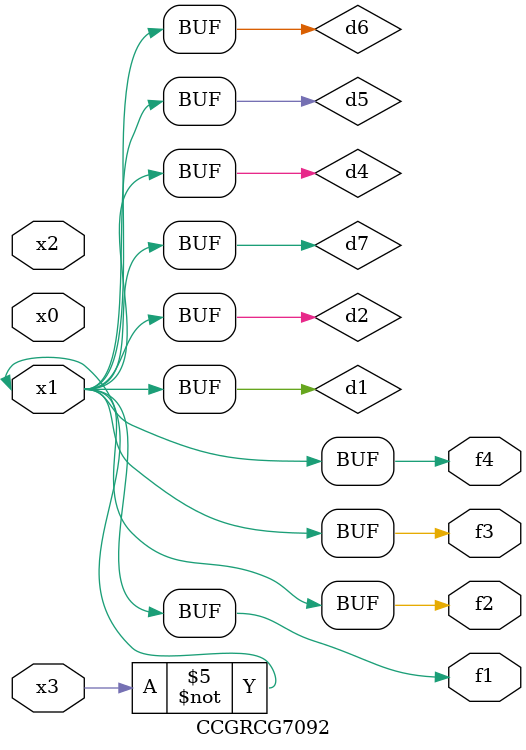
<source format=v>
module CCGRCG7092(
	input x0, x1, x2, x3,
	output f1, f2, f3, f4
);

	wire d1, d2, d3, d4, d5, d6, d7;

	not (d1, x3);
	buf (d2, x1);
	xnor (d3, d1, d2);
	nor (d4, d1);
	buf (d5, d1, d2);
	buf (d6, d4, d5);
	nand (d7, d4);
	assign f1 = d6;
	assign f2 = d7;
	assign f3 = d6;
	assign f4 = d6;
endmodule

</source>
